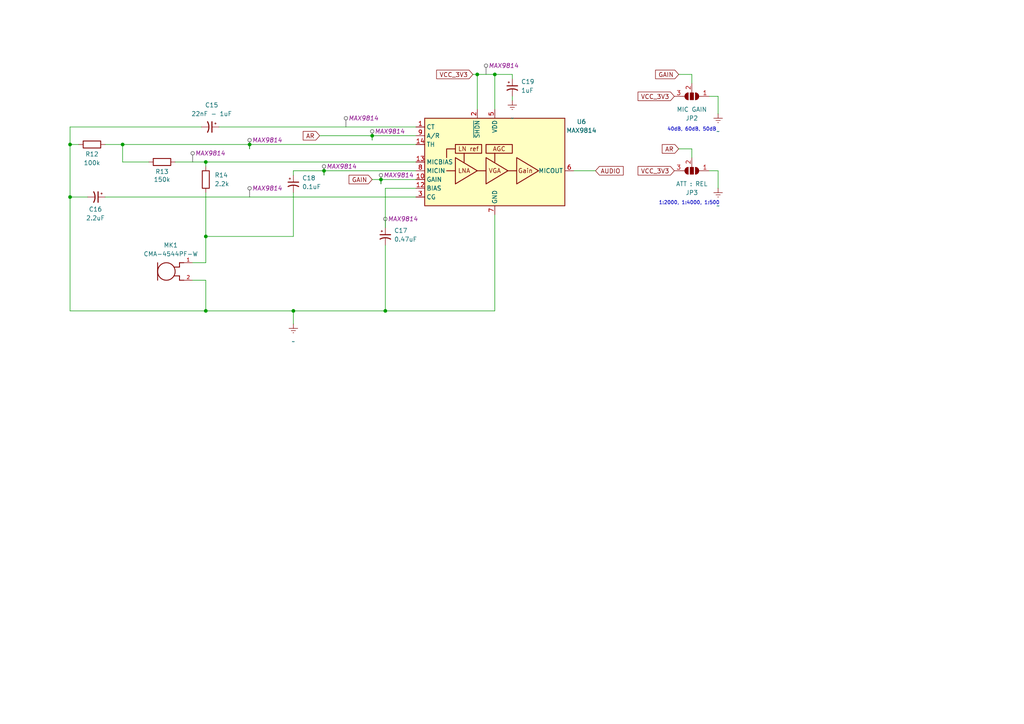
<source format=kicad_sch>
(kicad_sch (version 20231120) (generator "eeschema") (generator_version "8.0")
  (paper "A4")
  (lib_symbols
    (symbol "Amplifier_Audio:MAX9814"
      (property "Reference" "U" (at -20.32 13.97 0))
      (property "Value" "MAX9814" (at 11.43 13.97 0))
      (symbol "MAX9814_0_0"
        (rectangle (start -11.43 5.08) (end -3.81 2.54) (stroke (width 0.254)))
        (rectangle (start -2.54 5.08) (end 5.08 2.54) (stroke (width 0.254)))
        (polyline (pts (xy -11.43 -2.54) (xy -13.97 -2.54)) (stroke (width 0.254)))
        (polyline (pts (xy -8.89 2.54) (xy -8.89 0)) (stroke (width 0.254)))
        (polyline (pts (xy -2.54 -2.54) (xy -5.08 -2.54)) (stroke (width 0.254)))
        (polyline (pts (xy 0 2.54) (xy 0 0)) (stroke (width 0.254)))
        (polyline (pts (xy 3.81 -2.54) (xy 6.35 -2.54)) (stroke (width 0.254)))
        (polyline (pts (xy -11.43 3.81) (xy -13.97 3.81) (xy -13.97 1.27)) (stroke (width 0.254)))
        (polyline (pts (xy -5.08 -2.54) (xy -11.43 1.27) (xy -11.43 -6.35) (xy -5.08 -2.54)) (stroke (width 0.254)))
        (polyline (pts (xy 3.81 -2.54) (xy -2.54 1.27) (xy -2.54 -6.35) (xy 3.81 -2.54)) (stroke (width 0.254)))
        (polyline (pts (xy 12.7 -2.54) (xy 6.35 1.27) (xy 6.35 -6.35) (xy 12.7 -2.54)) (stroke (width 0.254)))
        (text "AGC" (at 1.27 3.81 0) (effects (font (size 1.27 1.27))))
        (text "Gain" (at 8.89 -2.54 0) (effects (font (size 1.27 1.27))))
        (text "LN ref" (at -7.62 3.81 0) (effects (font (size 1.27 1.27))))
        (text "LNA" (at -8.89 -2.54 0) (effects (font (size 1.27 1.27))))
        (text "VGA" (at 0 -2.54 0) (effects (font (size 1.27 1.27))))
      )
      (symbol "MAX9814_0_1"
        (rectangle (start -20.32 12.7) (end 20.32 -12.7) (stroke (width 0.254)) (fill (type background)))
      )
      (symbol "MAX9814_1_1"
        (pin input line (at -22.86 10.16 0) (length 2.54) (name "CT") (number "1"))
        (pin input line (at -22.86 -5.08 0) (length 2.54) (name "GAIN") (number "10"))
        (pin passive line (at 0 -15.24 90) (length 2.54) hide (name "GND") (number "11"))
        (pin passive line (at -22.86 -7.62 0) (length 2.54) (name "BIAS") (number "12"))
        (pin output line (at -22.86 0 0) (length 2.54) (name "MICBIAS") (number "13"))
        (pin input line (at -22.86 5.08 0) (length 2.54) (name "TH") (number "14"))
        (pin passive line (at 0 -15.24 90) (length 2.54) hide (name "GND") (number "15"))
        (pin input line (at -5.08 15.24 270) (length 2.54) (name "~{SHDN}") (number "2"))
        (pin passive line (at -22.86 -10.16 0) (length 2.54) (name "CG") (number "3"))
        (pin passive line (at 0 -15.24 90) (length 2.54) hide (name "GND") (number "4"))
        (pin power_in line (at 0 15.24 270) (length 2.54) (name "VDD") (number "5"))
        (pin output line (at 22.86 -2.54 180) (length 2.54) (name "MICOUT") (number "6"))
        (pin power_in line (at 0 -15.24 90) (length 2.54) (name "GND") (number "7"))
        (pin input line (at -22.86 -2.54 0) (length 2.54) (name "MICIN") (number "8"))
        (pin input line (at -22.86 7.62 0) (length 2.54) (name "A/R") (number "9"))
      )
    )
    (symbol "CMA-4544PF-W:CMA-4544PF-W" (pin_names (offset 1.016))
      (property "Reference" "MK" (at -2.5409 3.8113 0))
      (property "Value" "CMA-4544PF-W" (at -2.5411 -6.3527 0))
      (symbol "CMA-4544PF-W_0_0"
        (polyline (pts (xy -2.54 2.54) (xy -2.54 -2.54)) (stroke (width 0.254)))
        (polyline (pts (xy 3.81 -2.54) (xy 3.81 -1.27)) (stroke (width 0.254)))
        (polyline (pts (xy 3.81 -1.27) (xy 2.2352 -1.27)) (stroke (width 0.254)))
        (polyline (pts (xy 3.81 1.27) (xy 2.2352 1.27)) (stroke (width 0.254)))
        (polyline (pts (xy 3.81 2.54) (xy 3.81 1.27)) (stroke (width 0.254)))
        (polyline (pts (xy 5.08 -2.54) (xy 3.81 -2.54)) (stroke (width 0.254)))
        (polyline (pts (xy 5.08 2.54) (xy 3.81 2.54)) (stroke (width 0.254)))
        (circle (center 0 0) (radius 2.54) (stroke (width 0.254)))
        (pin output line (at 7.62 2.54 180) (length 2.54) (name "~") (number "1"))
        (pin power_in line (at 7.62 -2.54 180) (length 2.54) (name "~") (number "2"))
      )
    )
    (symbol "Device:C_Polarized_Small_US" (pin_numbers hide) (pin_names (offset 0.254) hide)
      (property "Reference" "C" (at 0.254 1.778 0))
      (property "Value" "C_Polarized_Small_US" (at 0.254 -2.032 0))
      (symbol "C_Polarized_Small_US_0_1"
        (polyline (pts (xy -1.524 0.508) (xy 1.524 0.508)) (stroke (width 0.3048)))
        (polyline (pts (xy -1.27 1.524) (xy -0.762 1.524)))
        (polyline (pts (xy -1.016 1.27) (xy -1.016 1.778)))
        (arc (start 1.524 -0.762) (mid 0 -0.3734) (end -1.524 -0.762) (stroke (width 0.3048)))
      )
      (symbol "C_Polarized_Small_US_1_1"
        (pin passive line (at 0 2.54 270) (length 2.032) (name "~") (number "1"))
        (pin passive line (at 0 -2.54 90) (length 2.032) (name "~") (number "2"))
      )
    )
    (symbol "Device:R" (pin_numbers hide) (pin_names (offset 0))
      (property "Reference" "R" (at 2.032 0 90))
      (property "Value" "R" (at 0 0 90))
      (symbol "R_0_1"
        (rectangle (start -1.016 -2.54) (end 1.016 2.54) (stroke (width 0.254)))
      )
      (symbol "R_1_1"
        (pin passive line (at 0 3.81 270) (length 1.27) (name "~") (number "1"))
        (pin passive line (at 0 -3.81 90) (length 1.27) (name "~") (number "2"))
      )
    )
    (symbol "Jumper:SolderJumper_3_Open" (pin_names (offset 0) hide) (exclude_from_sim yes) (in_bom no)
      (property "Reference" "JP" (at -2.54 -2.54 0))
      (property "Value" "SolderJumper_3_Open" (at 0 2.794 0))
      (symbol "SolderJumper_3_Open_0_1"
        (arc (start -1.016 1.016) (mid -2.0276 0) (end -1.016 -1.016))
        (arc (start -1.016 1.016) (mid -2.0276 0) (end -1.016 -1.016) (fill (type outline)))
        (rectangle (start -0.508 1.016) (end 0.508 -1.016) (fill (type outline)))
        (polyline (pts (xy -2.54 0) (xy -2.032 0)))
        (polyline (pts (xy -1.016 1.016) (xy -1.016 -1.016)))
        (polyline (pts (xy 0 -1.27) (xy 0 -1.016)))
        (polyline (pts (xy 1.016 1.016) (xy 1.016 -1.016)))
        (polyline (pts (xy 2.54 0) (xy 2.032 0)))
        (arc (start 1.016 -1.016) (mid 2.0276 0) (end 1.016 1.016))
        (arc (start 1.016 -1.016) (mid 2.0276 0) (end 1.016 1.016) (fill (type outline)))
      )
      (symbol "SolderJumper_3_Open_1_1"
        (pin passive line (at -5.08 0 0) (length 2.54) (name "A") (number "1"))
        (pin passive line (at 0 -3.81 90) (length 2.54) (name "C") (number "2"))
        (pin passive line (at 5.08 0 180) (length 2.54) (name "B") (number "3"))
      )
    )
    (symbol "power:GNDREF" (power) (pin_numbers hide) (pin_names (offset 0) hide)
      (property "Value" "GNDREF" (at 0 -3.81 0))
      (symbol "GNDREF_0_1"
        (polyline (pts (xy -0.635 -1.905) (xy 0.635 -1.905)))
        (polyline (pts (xy -0.127 -2.54) (xy 0.127 -2.54)))
        (polyline (pts (xy 0 -1.27) (xy 0 0)))
        (polyline (pts (xy 1.27 -1.27) (xy -1.27 -1.27)))
      )
      (symbol "GNDREF_1_1"
        (pin power_in line (at 0 0 270) (length 0) (name "~") (number "1"))
      )
    )
  )
  (junction (at 85.09 90.17))
  (junction (at 35.56 41.91))
  (junction (at 59.69 68.58))
  (junction (at 110.49 52.07))
  (junction (at 93.98 49.53))
  (junction (at 59.69 90.17))
  (junction (at 138.43 21.59))
  (junction (at 111.76 90.17))
  (junction (at 20.32 41.91))
  (junction (at 72.39 41.91))
  (junction (at 20.32 57.15))
  (junction (at 59.69 46.99))
  (junction (at 143.51 21.59))
  (junction (at 107.95 39.37))
  (wire (pts (xy 20.32 36.83) (xy 20.32 41.91)))
  (wire (pts (xy 85.09 90.17) (xy 111.76 90.17)))
  (wire (pts (xy 205.74 49.53) (xy 208.28 49.53)))
  (wire (pts (xy 120.65 54.61) (xy 111.76 54.61)))
  (wire (pts (xy 148.59 27.94) (xy 148.59 29.21)))
  (wire (pts (xy 22.86 41.91) (xy 20.32 41.91)))
  (wire (pts (xy 50.8 46.99) (xy 59.69 46.99)))
  (wire (pts (xy 143.51 90.17) (xy 111.76 90.17)))
  (wire (pts (xy 107.95 52.07) (xy 110.49 52.07)))
  (wire (pts (xy 196.85 21.59) (xy 200.66 21.59)))
  (wire (pts (xy 111.76 71.12) (xy 111.76 90.17)))
  (wire (pts (xy 59.69 46.99) (xy 120.65 46.99)))
  (wire (pts (xy 200.66 43.18) (xy 200.66 45.72)))
  (wire (pts (xy 93.98 50.8) (xy 93.98 49.53)))
  (wire (pts (xy 59.69 68.58) (xy 59.69 76.2)))
  (wire (pts (xy 143.51 21.59) (xy 143.51 31.75)))
  (wire (pts (xy 20.32 57.15) (xy 25.4 57.15)))
  (wire (pts (xy 72.39 43.18) (xy 72.39 41.91)))
  (wire (pts (xy 63.5 36.83) (xy 120.65 36.83)))
  (wire (pts (xy 35.56 46.99) (xy 43.18 46.99)))
  (wire (pts (xy 137.16 21.59) (xy 138.43 21.59)))
  (wire (pts (xy 58.42 36.83) (xy 20.32 36.83)))
  (wire (pts (xy 35.56 41.91) (xy 35.56 46.99)))
  (wire (pts (xy 59.69 46.99) (xy 59.69 48.26)))
  (wire (pts (xy 111.76 54.61) (xy 111.76 66.04)))
  (wire (pts (xy 196.85 43.18) (xy 200.66 43.18)))
  (wire (pts (xy 20.32 57.15) (xy 20.32 90.17)))
  (wire (pts (xy 30.48 41.91) (xy 35.56 41.91)))
  (wire (pts (xy 59.69 81.28) (xy 59.69 90.17)))
  (wire (pts (xy 107.95 39.37) (xy 120.65 39.37)))
  (wire (pts (xy 59.69 55.88) (xy 59.69 68.58)))
  (wire (pts (xy 138.43 21.59) (xy 143.51 21.59)))
  (wire (pts (xy 205.74 27.94) (xy 208.28 27.94)))
  (wire (pts (xy 143.51 62.23) (xy 143.51 90.17)))
  (wire (pts (xy 85.09 49.53) (xy 93.98 49.53)))
  (wire (pts (xy 93.98 49.53) (xy 120.65 49.53)))
  (wire (pts (xy 110.49 52.07) (xy 120.65 52.07)))
  (wire (pts (xy 110.49 53.34) (xy 110.49 52.07)))
  (wire (pts (xy 72.39 41.91) (xy 120.65 41.91)))
  (wire (pts (xy 85.09 90.17) (xy 59.69 90.17)))
  (wire (pts (xy 59.69 76.2) (xy 55.88 76.2)))
  (wire (pts (xy 35.56 41.91) (xy 72.39 41.91)))
  (wire (pts (xy 92.71 39.37) (xy 107.95 39.37)))
  (wire (pts (xy 59.69 81.28) (xy 55.88 81.28)))
  (wire (pts (xy 20.32 90.17) (xy 59.69 90.17)))
  (wire (pts (xy 200.66 21.59) (xy 200.66 24.13)))
  (wire (pts (xy 85.09 90.17) (xy 85.09 93.98)))
  (wire (pts (xy 208.28 49.53) (xy 208.28 54.61)))
  (wire (pts (xy 85.09 50.8) (xy 85.09 49.53)))
  (wire (pts (xy 85.09 68.58) (xy 59.69 68.58)))
  (wire (pts (xy 172.72 49.53) (xy 166.37 49.53)))
  (wire (pts (xy 107.95 40.64) (xy 107.95 39.37)))
  (wire (pts (xy 30.48 57.15) (xy 120.65 57.15)))
  (wire (pts (xy 85.09 55.88) (xy 85.09 68.58)))
  (wire (pts (xy 138.43 21.59) (xy 138.43 31.75)))
  (wire (pts (xy 208.28 27.94) (xy 208.28 33.02)))
  (wire (pts (xy 143.51 21.59) (xy 148.59 21.59)))
  (wire (pts (xy 148.59 22.86) (xy 148.59 21.59)))
  (wire (pts (xy 20.32 41.91) (xy 20.32 57.15)))
  (text "40dB, 60dB, 50dB" (at 200.66 37.592 0) (effects (font (size 1.016 1.016))))
  (text "1:2000, 1:4000, 1:500" (at 199.898 58.928 0) (effects (font (size 1.016 1.016))))
  (global_label "VCC_3V3" (shape input) (at 195.58 27.94 180) (property "Intersheetrefs" "${INTERSHEET_REFS}" (effects (hide yes))))
  (global_label "GAIN" (shape input) (at 196.85 21.59 180) (property "Intersheetrefs" "${INTERSHEET_REFS}" (effects (hide yes))))
  (global_label "AR" (shape input) (at 196.85 43.18 180) (property "Intersheetrefs" "${INTERSHEET_REFS}" (effects (hide yes))))
  (global_label "VCC_3V3" (shape input) (at 137.16 21.59 180) (property "Intersheetrefs" "${INTERSHEET_REFS}" (effects (hide yes))))
  (global_label "AR" (shape input) (at 92.71 39.37 180) (property "Intersheetrefs" "${INTERSHEET_REFS}" (effects (hide yes))))
  (global_label "VCC_3V3" (shape input) (at 195.58 49.53 180) (property "Intersheetrefs" "${INTERSHEET_REFS}" (effects (hide yes))))
  (global_label "GAIN" (shape input) (at 107.95 52.07 180) (property "Intersheetrefs" "${INTERSHEET_REFS}" (effects (hide yes))))
  (global_label "AUDIO" (shape input) (at 172.72 49.53 0) (property "Intersheetrefs" "${INTERSHEET_REFS}" (effects (hide yes))))
  (netclass_flag "" (length 2.54) (shape round) (at 100.33 36.83 0) (property "Netclass" "MAX9814" (at 101.0285 34.29 0) (effects (font (italic yes)) (justify left))))
  (netclass_flag "" (length 2.54) (shape round) (at 72.39 43.18 0) (property "Netclass" "MAX9814" (at 73.0885 40.64 0) (effects (font (italic yes)) (justify left))))
  (netclass_flag "" (length 2.54) (shape round) (at 107.95 40.64 0) (property "Netclass" "MAX9814" (at 108.6485 38.1 0) (effects (font (italic yes)) (justify left))))
  (netclass_flag "" (length 2.54) (shape round) (at 140.97 21.59 0) (property "Netclass" "MAX9814" (at 141.6685 19.05 0) (effects (font (italic yes)) (justify left))))
  (netclass_flag "" (length 2.54) (shape round) (at 111.76 66.04 0) (property "Netclass" "MAX9814" (at 112.4585 63.5 0) (effects (font (italic yes)) (justify left))))
  (netclass_flag "" (length 2.54) (shape round) (at 55.88 46.99 0) (property "Netclass" "MAX9814" (at 56.5785 44.45 0) (effects (font (italic yes)) (justify left))))
  (netclass_flag "" (length 2.54) (shape round) (at 93.98 50.8 0) (property "Netclass" "MAX9814" (at 94.6785 48.26 0) (effects (font (italic yes)) (justify left))))
  (netclass_flag "" (length 2.54) (shape round) (at 110.49 53.34 0) (property "Netclass" "MAX9814" (at 111.1885 50.8 0) (effects (font (italic yes)) (justify left))))
  (netclass_flag "" (length 2.54) (shape round) (at 72.39 57.15 0) (property "Netclass" "MAX9814" (at 73.0885 54.61 0) (effects (font (italic yes)) (justify left))))
  (symbol (lib_id "Jumper:SolderJumper_3_Open") (at 200.66 27.94 180) (unit 1) (exclude_from_sim yes) (in_bom no)
    (property "Reference" "JP2" (at 200.66 34.29 0))
    (property "Value" "MIC GAIN" (at 200.66 31.75 0))
    (property "Footprint" "Jumper:SolderJumper-3_P1.3mm_Open_RoundedPad1.0x1.5mm_NumberLabels" (effects (hide yes)))
    (property "Description" "Solder Jumper, 3-pole, open" (effects (hide yes)))
  )
  (symbol (lib_id "power:GNDREF") (at 85.09 93.98 0) (unit 1)
    (property "Reference" "#PWR033" (effects (hide yes)))
    (property "Value" "~" (at 85.09 99.06 0))
    (property "Description" "Power symbol creates a global label with name \"GNDREF\" , reference supply ground" (effects (hide yes)))
  )
  (symbol (lib_id "power:GNDREF") (at 148.59 29.21 0) (unit 1)
    (property "Reference" "#PWR034" (effects (hide yes)))
    (property "Value" "~" (at 148.59 34.29 0))
    (property "Description" "Power symbol creates a global label with name \"GNDREF\" , reference supply ground" (effects (hide yes)))
  )
  (symbol (lib_id "Device:C_Polarized_Small_US") (at 60.96 36.83 270) (unit 1)
    (property "Reference" "C15" (at 61.3918 30.48 90))
    (property "Value" "22nF - 1uF" (at 61.3918 33.02 90))
    (property "Footprint" "Capacitor_Tantalum_SMD:CP_EIA-3216-18_Kemet-A" (effects (hide yes)))
    (property "Description" "Polarized capacitor, small US symbol" (effects (hide yes)))
  )
  (symbol (lib_id "Device:C_Polarized_Small_US") (at 85.09 53.34 0) (unit 1)
    (property "Reference" "C18" (at 87.63 51.6381 0) (effects (justify left)))
    (property "Value" "0.1uF" (at 87.63 54.1781 0) (effects (justify left)))
    (property "Footprint" "Capacitor_Tantalum_SMD:CP_EIA-3216-18_Kemet-A" (effects (hide yes)))
    (property "Description" "Polarized capacitor, small US symbol" (effects (hide yes)))
  )
  (symbol (lib_id "Device:R") (at 46.99 46.99 270) (unit 1)
    (property "Reference" "R13" (at 46.99 49.784 90))
    (property "Value" "150k" (at 46.99 52.07 90))
    (property "Footprint" "Resistor_SMD:R_0603_1608Metric" (effects (hide yes)))
    (property "Description" "Resistor" (effects (hide yes)))
  )
  (symbol (lib_id "Amplifier_Audio:MAX9814") (at 143.51 46.99 0) (unit 1)
    (property "Reference" "U6" (at 168.656 35.306 0))
    (property "Value" "MAX9814" (at 168.656 37.846 0))
    (property "Footprint" "Package_DFN_QFN:DFN-14-1EP_3x3mm_P0.4mm_EP1.78x2.35mm" (effects (hide yes)))
    (property "Datasheet" "https://datasheets.maximintegrated.com/en/ds/MAX9814.pdf" (effects (hide yes)))
    (property "Description" "Microphone Amplifier with AGC and Low-Noise Microphone Bias, TDFN-14" (effects (hide yes)))
  )
  (symbol (lib_id "Device:C_Polarized_Small_US") (at 27.94 57.15 270) (unit 1)
    (property "Reference" "C16" (at 27.686 60.706 90))
    (property "Value" "2.2uF" (at 27.686 63.246 90))
    (property "Footprint" "Capacitor_Tantalum_SMD:CP_EIA-3216-18_Kemet-A" (effects (hide yes)))
    (property "Description" "Polarized capacitor, small US symbol" (effects (hide yes)))
  )
  (symbol (lib_id "Device:C_Polarized_Small_US") (at 148.59 25.4 0) (unit 1)
    (property "Reference" "C19" (at 151.13 23.6981 0) (effects (justify left)))
    (property "Value" "1uF" (at 151.13 26.2381 0) (effects (justify left)))
    (property "Footprint" "Capacitor_Tantalum_SMD:CP_EIA-3216-18_Kemet-A" (effects (hide yes)))
    (property "Description" "Polarized capacitor, small US symbol" (effects (hide yes)))
  )
  (symbol (lib_id "Device:R") (at 26.67 41.91 270) (unit 1)
    (property "Reference" "R12" (at 26.67 44.704 90))
    (property "Value" "100k" (at 26.67 47.244 90))
    (property "Footprint" "Resistor_SMD:R_0603_1608Metric" (effects (hide yes)))
    (property "Description" "Resistor" (effects (hide yes)))
  )
  (symbol (lib_id "CMA-4544PF-W:CMA-4544PF-W") (at 48.26 78.74 0) (unit 1)
    (property "Reference" "MK1" (at 49.53 71.12 0))
    (property "Value" "CMA-4544PF-W" (at 49.53 73.66 0))
    (property "Footprint" "CMA-4544PF-W:MIC_CMA-4544PF-W" (effects (hide yes)))
    (property "MF" "CUI Devices" (effects (hide yes)))
    (property "DESCRIPTION" "9.7 mm, Omnidirectional, PCB Mount, 3.0 Vdc, Electret Condenser Microphone" (effects (hide yes)))
    (property "PACKAGE" "6-DIP-6 CUI" (effects (hide yes)))
    (property "PRICE" "None" (effects (hide yes)))
    (property "Package" "None" (effects (hide yes)))
    (property "Check_prices" "https://www.snapeda.com/parts/CMA-4544PF-W/CUI+Devices/view-part/?ref=eda" (effects (hide yes)))
    (property "CUI_PURCHASE_URL" "https://www.cui.com/product/audio/microphones/electret-condenser-microphones/cma-4544pf-w?utm_source=snapeda.com&utm_medium=referral&utm_campaign=snapedaBOM" (effects (hide yes)))
    (property "SnapEDA_Link" "https://www.snapeda.com/parts/CMA-4544PF-W/CUI+Devices/view-part/?ref=snap" (effects (hide yes)))
    (property "MP" "CMA-4544PF-W" (effects (hide yes)))
    (property "Purchase-URL" "https://www.snapeda.com/api/url_track_click_mouser/?unipart_id=215068&manufacturer=CUI Devices&part_name=CMA-4544PF-W&search_term=cma-4544pf" (effects (hide yes)))
    (property "Price" "None" (effects (hide yes)))
    (property "Availability" "In Stock" (effects (hide yes)))
    (property "CUI_purchase_URL" "https://www.cuidevices.com/product/audio/microphones/electret-condenser-microphones/cma-4544pf-w?utm_source=snapeda.com&utm_medium=referral&utm_campaign=snapedaBOM" (effects (hide yes)))
    (property "AVAILABILITY" "Unavailable" (effects (hide yes)))
    (property "Description_1" "9.7 mm, Omnidirectional, PCB Mount, 3.0 Vdc, Electret Condenser Microphone" (effects (hide yes)))
  )
  (symbol (lib_id "power:GNDREF") (at 208.28 54.61 0) (unit 1)
    (property "Reference" "#PWR035" (effects (hide yes)))
    (property "Value" "~" (at 208.28 59.69 0))
    (property "Description" "Power symbol creates a global label with name \"GNDREF\" , reference supply ground" (effects (hide yes)))
  )
  (symbol (lib_id "Device:R") (at 59.69 52.07 0) (unit 1)
    (property "Reference" "R14" (at 62.23 50.7999 0) (effects (justify left)))
    (property "Value" "2.2k" (at 62.23 53.3399 0) (effects (justify left)))
    (property "Footprint" "Resistor_SMD:R_0603_1608Metric" (effects (hide yes)))
    (property "Description" "Resistor" (effects (hide yes)))
  )
  (symbol (lib_id "power:GNDREF") (at 208.28 33.02 0) (unit 1)
    (property "Reference" "#PWR036" (effects (hide yes)))
    (property "Value" "~" (at 208.28 38.1 0))
    (property "Description" "Power symbol creates a global label with name \"GNDREF\" , reference supply ground" (effects (hide yes)))
  )
  (symbol (lib_id "Device:C_Polarized_Small_US") (at 111.76 68.58 0) (unit 1)
    (property "Reference" "C17" (at 114.3 66.8781 0) (effects (justify left)))
    (property "Value" "0.47uF" (at 114.3 69.4181 0) (effects (justify left)))
    (property "Footprint" "Capacitor_Tantalum_SMD:CP_EIA-3216-18_Kemet-A" (effects (hide yes)))
    (property "Description" "Polarized capacitor, small US symbol" (effects (hide yes)))
  )
  (symbol (lib_id "Jumper:SolderJumper_3_Open") (at 200.66 49.53 180) (unit 1) (exclude_from_sim yes) (in_bom no)
    (property "Reference" "JP3" (at 200.66 55.88 0))
    (property "Value" "ATT : REL" (at 200.66 53.34 0))
    (property "Footprint" "Jumper:SolderJumper-3_P1.3mm_Open_RoundedPad1.0x1.5mm_NumberLabels" (effects (hide yes)))
    (property "Description" "Solder Jumper, 3-pole, open" (effects (hide yes)))
  )
)
</source>
